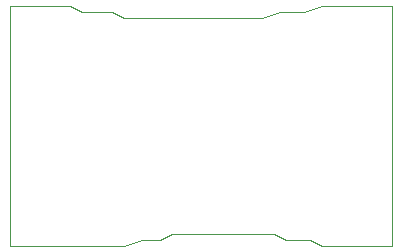
<source format=gbr>
G04 #@! TF.GenerationSoftware,KiCad,Pcbnew,(5.1.4)-1*
G04 #@! TF.CreationDate,2019-09-20T01:57:44+03:00*
G04 #@! TF.ProjectId,Simple_BMS,53696d70-6c65-45f4-924d-532e6b696361,rev?*
G04 #@! TF.SameCoordinates,Original*
G04 #@! TF.FileFunction,Profile,NP*
%FSLAX46Y46*%
G04 Gerber Fmt 4.6, Leading zero omitted, Abs format (unit mm)*
G04 Created by KiCad (PCBNEW (5.1.4)-1) date 2019-09-20 01:57:44*
%MOMM*%
%LPD*%
G04 APERTURE LIST*
%ADD10C,0.050000*%
G04 APERTURE END LIST*
D10*
X101092000Y-77216000D02*
X96012000Y-77216000D01*
X102108000Y-77724000D02*
X101092000Y-77216000D01*
X104648000Y-77724000D02*
X102108000Y-77724000D01*
X105664000Y-78232000D02*
X104648000Y-77724000D01*
X109728000Y-78232000D02*
X105664000Y-78232000D01*
X110236000Y-78232000D02*
X109728000Y-78232000D01*
X117348000Y-78232000D02*
X110236000Y-78232000D01*
X118872000Y-77724000D02*
X117348000Y-78232000D01*
X120904000Y-77724000D02*
X118872000Y-77724000D01*
X122428000Y-77216000D02*
X120904000Y-77724000D01*
X128340000Y-77216000D02*
X122428000Y-77216000D01*
X128340000Y-97536000D02*
X128340000Y-77216000D01*
X122428000Y-97536000D02*
X128340000Y-97536000D01*
X121412000Y-97028000D02*
X122428000Y-97536000D01*
X119380000Y-97028000D02*
X121412000Y-97028000D01*
X118364000Y-96520000D02*
X119380000Y-97028000D01*
X109728000Y-96520000D02*
X118364000Y-96520000D01*
X108712000Y-97028000D02*
X109728000Y-96520000D01*
X107188000Y-97028000D02*
X108712000Y-97028000D01*
X105664000Y-97536000D02*
X107188000Y-97028000D01*
X96012000Y-97536000D02*
X105664000Y-97536000D01*
X96012000Y-77216000D02*
X96012000Y-97536000D01*
M02*

</source>
